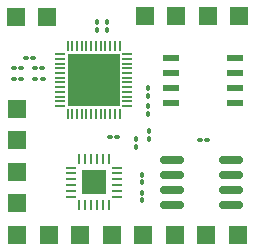
<source format=gbr>
%TF.GenerationSoftware,KiCad,Pcbnew,9.0.1*%
%TF.CreationDate,2025-09-19T11:56:04-04:00*%
%TF.ProjectId,ComputeCore,436f6d70-7574-4654-936f-72652e6b6963,rev?*%
%TF.SameCoordinates,Original*%
%TF.FileFunction,Soldermask,Top*%
%TF.FilePolarity,Negative*%
%FSLAX46Y46*%
G04 Gerber Fmt 4.6, Leading zero omitted, Abs format (unit mm)*
G04 Created by KiCad (PCBNEW 9.0.1) date 2025-09-19 11:56:04*
%MOMM*%
%LPD*%
G01*
G04 APERTURE LIST*
G04 Aperture macros list*
%AMRoundRect*
0 Rectangle with rounded corners*
0 $1 Rounding radius*
0 $2 $3 $4 $5 $6 $7 $8 $9 X,Y pos of 4 corners*
0 Add a 4 corners polygon primitive as box body*
4,1,4,$2,$3,$4,$5,$6,$7,$8,$9,$2,$3,0*
0 Add four circle primitives for the rounded corners*
1,1,$1+$1,$2,$3*
1,1,$1+$1,$4,$5*
1,1,$1+$1,$6,$7*
1,1,$1+$1,$8,$9*
0 Add four rect primitives between the rounded corners*
20,1,$1+$1,$2,$3,$4,$5,0*
20,1,$1+$1,$4,$5,$6,$7,0*
20,1,$1+$1,$6,$7,$8,$9,0*
20,1,$1+$1,$8,$9,$2,$3,0*%
G04 Aperture macros list end*
%ADD10R,1.447800X0.558800*%
%ADD11R,0.863600X0.203200*%
%ADD12R,0.203200X0.863600*%
%ADD13R,4.495800X4.495800*%
%ADD14RoundRect,0.100000X-0.100000X0.130000X-0.100000X-0.130000X0.100000X-0.130000X0.100000X0.130000X0*%
%ADD15RoundRect,0.150000X-0.825000X-0.150000X0.825000X-0.150000X0.825000X0.150000X-0.825000X0.150000X0*%
%ADD16RoundRect,0.062500X-0.375000X-0.062500X0.375000X-0.062500X0.375000X0.062500X-0.375000X0.062500X0*%
%ADD17RoundRect,0.062500X-0.062500X-0.375000X0.062500X-0.375000X0.062500X0.375000X-0.062500X0.375000X0*%
%ADD18R,2.100000X2.100000*%
%ADD19RoundRect,0.100000X-0.130000X-0.100000X0.130000X-0.100000X0.130000X0.100000X-0.130000X0.100000X0*%
%ADD20RoundRect,0.100000X0.100000X-0.130000X0.100000X0.130000X-0.100000X0.130000X-0.100000X-0.130000X0*%
%ADD21RoundRect,0.250000X-0.550000X-0.550000X0.550000X-0.550000X0.550000X0.550000X-0.550000X0.550000X0*%
%ADD22RoundRect,0.100000X0.130000X0.100000X-0.130000X0.100000X-0.130000X-0.100000X0.130000X-0.100000X0*%
G04 APERTURE END LIST*
D10*
%TO.C,U2*%
X172910500Y-78105000D03*
X172910500Y-79375000D03*
X172910500Y-80645000D03*
X172910500Y-81915000D03*
X178371500Y-81915000D03*
X178371500Y-80645000D03*
X178371500Y-79375000D03*
X178371500Y-78105000D03*
%TD*%
D11*
%TO.C,U1*%
X163499800Y-77809999D03*
X163499800Y-78210001D03*
X163499800Y-78610000D03*
X163499800Y-79009999D03*
X163499800Y-79410001D03*
X163499800Y-79810000D03*
X163499800Y-80210000D03*
X163499800Y-80609999D03*
X163499800Y-81010001D03*
X163499800Y-81410000D03*
X163499800Y-81809999D03*
X163499800Y-82210001D03*
D12*
X164169999Y-82880200D03*
X164570001Y-82880200D03*
X164970000Y-82880200D03*
X165369999Y-82880200D03*
X165770001Y-82880200D03*
X166170000Y-82880200D03*
X166570000Y-82880200D03*
X166969999Y-82880200D03*
X167370001Y-82880200D03*
X167770000Y-82880200D03*
X168169999Y-82880200D03*
X168570001Y-82880200D03*
D11*
X169240200Y-82210001D03*
X169240200Y-81809999D03*
X169240200Y-81410000D03*
X169240200Y-81010001D03*
X169240200Y-80609999D03*
X169240200Y-80210000D03*
X169240200Y-79810000D03*
X169240200Y-79410001D03*
X169240200Y-79009999D03*
X169240200Y-78610000D03*
X169240200Y-78210001D03*
X169240200Y-77809999D03*
D12*
X168570001Y-77139800D03*
X168169999Y-77139800D03*
X167770000Y-77139800D03*
X167370001Y-77139800D03*
X166969999Y-77139800D03*
X166570000Y-77139800D03*
X166170000Y-77139800D03*
X165770001Y-77139800D03*
X165369999Y-77139800D03*
X164970000Y-77139800D03*
X164570001Y-77139800D03*
X164169999Y-77139800D03*
D13*
X166370000Y-80010000D03*
%TD*%
D14*
%TO.C,R3*%
X170942000Y-81346000D03*
X170942000Y-80706000D03*
%TD*%
D15*
%TO.C,U4*%
X173039000Y-86741000D03*
X173039000Y-88011000D03*
X173039000Y-89281000D03*
X173039000Y-90551000D03*
X177989000Y-90551000D03*
X177989000Y-89281000D03*
X177989000Y-88011000D03*
X177989000Y-86741000D03*
%TD*%
D16*
%TO.C,U3*%
X164452500Y-87413000D03*
X164452500Y-87913000D03*
X164452500Y-88413000D03*
X164452500Y-88913000D03*
X164452500Y-89413000D03*
X164452500Y-89913000D03*
D17*
X165140000Y-90600500D03*
X165640000Y-90600500D03*
X166140000Y-90600500D03*
X166640000Y-90600500D03*
X167140000Y-90600500D03*
X167640000Y-90600500D03*
D16*
X168327500Y-89913000D03*
X168327500Y-89413000D03*
X168327500Y-88913000D03*
X168327500Y-88413000D03*
X168327500Y-87913000D03*
X168327500Y-87413000D03*
D17*
X167640000Y-86725500D03*
X167140000Y-86725500D03*
X166640000Y-86725500D03*
X166140000Y-86725500D03*
X165640000Y-86725500D03*
X165140000Y-86725500D03*
D18*
X166390000Y-88663000D03*
%TD*%
D19*
%TO.C,RLED1*%
X161412000Y-79883000D03*
X162052000Y-79883000D03*
%TD*%
D20*
%TO.C,R7*%
X170434000Y-88676000D03*
X170434000Y-88036000D03*
%TD*%
%TO.C,R5*%
X171069000Y-84968000D03*
X171069000Y-84328000D03*
%TD*%
D14*
%TO.C,R4*%
X169926000Y-85024000D03*
X169926000Y-85664000D03*
%TD*%
D19*
%TO.C,R2*%
X159609000Y-79883000D03*
X160249000Y-79883000D03*
%TD*%
%TO.C,R1*%
X159609000Y-78994000D03*
X160249000Y-78994000D03*
%TD*%
D21*
%TO.C,J18*%
X176022000Y-74549000D03*
%TD*%
%TO.C,J17*%
X170688000Y-74549000D03*
%TD*%
%TO.C,J16*%
X178689000Y-74549000D03*
%TD*%
%TO.C,J15*%
X173355000Y-74549000D03*
%TD*%
%TO.C,J14*%
X159893000Y-87757000D03*
%TD*%
%TO.C,J13*%
X159893000Y-90424000D03*
%TD*%
%TO.C,J12*%
X159766000Y-74676000D03*
%TD*%
%TO.C,J11*%
X162433000Y-74676000D03*
%TD*%
%TO.C,J10*%
X159893000Y-85090000D03*
%TD*%
%TO.C,J9*%
X159893000Y-82423000D03*
%TD*%
%TO.C,J8*%
X178562000Y-93091000D03*
%TD*%
%TO.C,J7*%
X159893000Y-93091000D03*
%TD*%
%TO.C,J6*%
X175895000Y-93091000D03*
%TD*%
%TO.C,J5*%
X173228000Y-93091000D03*
%TD*%
%TO.C,J4*%
X170561000Y-93091000D03*
%TD*%
%TO.C,J3*%
X167894000Y-93091000D03*
%TD*%
%TO.C,J2*%
X165227000Y-93091000D03*
%TD*%
%TO.C,J1*%
X162560000Y-93091000D03*
%TD*%
D19*
%TO.C,GLED1*%
X161387000Y-78994000D03*
X162027000Y-78994000D03*
%TD*%
D22*
%TO.C,C11*%
X175997000Y-85090000D03*
X175357000Y-85090000D03*
%TD*%
D14*
%TO.C,C10*%
X170434000Y-89535000D03*
X170434000Y-90175000D03*
%TD*%
D19*
%TO.C,C9*%
X167737000Y-84836000D03*
X168377000Y-84836000D03*
%TD*%
D14*
%TO.C,C8*%
X170942000Y-82230000D03*
X170942000Y-82870000D03*
%TD*%
D20*
%TO.C,C6*%
X167513000Y-75758000D03*
X167513000Y-75118000D03*
%TD*%
D19*
%TO.C,C3*%
X160625000Y-78105000D03*
X161265000Y-78105000D03*
%TD*%
D20*
%TO.C,C2*%
X166624000Y-75758000D03*
X166624000Y-75118000D03*
%TD*%
M02*

</source>
